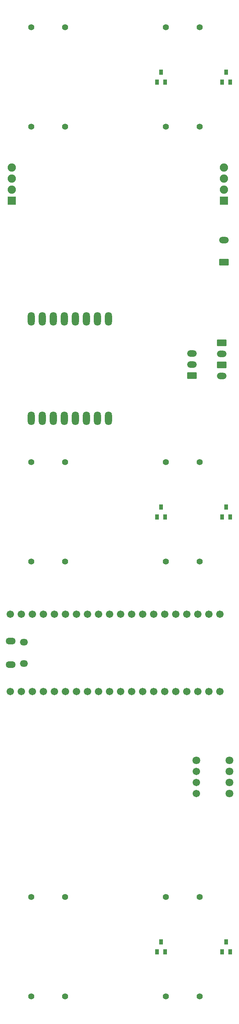
<source format=gbs>
G04 Layer: BottomSolderMaskLayer*
G04 EasyEDA v6.5.22, 2022-11-17 17:56:15*
G04 bd1838edf7794fe9965007c2dd97f0f2,c41f2f61388c4f97afb2f396c9cd50e1,10*
G04 Gerber Generator version 0.2*
G04 Scale: 100 percent, Rotated: No, Reflected: No *
G04 Dimensions in inches *
G04 leading zeros omitted , absolute positions ,3 integer and 6 decimal *
%FSLAX36Y36*%
%MOIN*%

%AMMACRO1*1,1,$1,$2,$3*1,1,$1,$4,$5*1,1,$1,0-$2,0-$3*1,1,$1,0-$4,0-$5*20,1,$1,$2,$3,$4,$5,0*20,1,$1,$4,$5,0-$2,0-$3,0*20,1,$1,0-$2,0-$3,0-$4,0-$5,0*20,1,$1,0-$4,0-$5,$2,$3,0*4,1,4,$2,$3,$4,$5,0-$2,0-$3,0-$4,0-$5,$2,$3,0*%
%ADD10MACRO1,0.004X0.0138X0.0217X-0.0138X0.0217*%
%ADD11C,0.0670*%
%ADD12O,0.09067699999999998X0.059181*%
%ADD13O,0.072961X0.059181*%
%ADD14MACRO1,0.008X0.04X0.025X0.04X-0.025*%
%ADD15O,0.08800000000000001X0.057999999999999996*%
%ADD16MACRO1,0.008X-0.04X-0.025X-0.04X0.025*%
%ADD17C,0.0555*%
%ADD18C,0.0749*%
%ADD19MACRO1,0.008X0.0335X-0.0335X-0.0335X-0.0335*%
%ADD20MACRO1,0.008X-0.0335X0.0335X0.0335X0.0335*%
%ADD21O,0.064X0.124*%
%ADD22C,0.0710*%
%ADD23C,0.0710*%

%LPD*%
D10*
G01*
X1968505Y832479D03*
G01*
X1932485Y742320D03*
G01*
X2004524Y742320D03*
G01*
X2559054Y832481D03*
G01*
X2523035Y742322D03*
G01*
X2595075Y742322D03*
G01*
X1968503Y4769489D03*
G01*
X1932483Y4679331D03*
G01*
X2004524Y4679331D03*
G01*
X2559054Y4769489D03*
G01*
X2523035Y4679331D03*
G01*
X2595075Y4679331D03*
G01*
X1968503Y8706496D03*
G01*
X1932483Y8616338D03*
G01*
X2004524Y8616338D03*
G01*
X2559056Y8706496D03*
G01*
X2523035Y8616338D03*
G01*
X2595075Y8616338D03*
D11*
G01*
X701179Y3099240D03*
G01*
X601179Y3099240D03*
G01*
X2501180Y3099240D03*
G01*
X801180Y3099240D03*
G01*
X901180Y3099240D03*
G01*
X1001180Y3099240D03*
G01*
X1101180Y3099240D03*
G01*
X1201180Y3099240D03*
G01*
X1301180Y3099240D03*
G01*
X1401180Y3099240D03*
G01*
X1501180Y3099240D03*
G01*
X1601180Y3099240D03*
G01*
X1701180Y3099240D03*
G01*
X1801180Y3099240D03*
G01*
X1901180Y3099240D03*
G01*
X2001180Y3099240D03*
G01*
X2101180Y3099240D03*
G01*
X2201180Y3099240D03*
G01*
X2301180Y3099240D03*
G01*
X2401180Y3099240D03*
G01*
X601179Y3799240D03*
G01*
X2401180Y3799240D03*
G01*
X2301180Y3799240D03*
G01*
X2201180Y3799240D03*
G01*
X2101180Y3799240D03*
G01*
X2001180Y3799240D03*
G01*
X1901180Y3799240D03*
G01*
X1801180Y3799240D03*
G01*
X1701180Y3799240D03*
G01*
X1601180Y3799240D03*
G01*
X1501180Y3799240D03*
G01*
X1401180Y3799240D03*
G01*
X1301180Y3799240D03*
G01*
X1201180Y3799240D03*
G01*
X1101180Y3799240D03*
G01*
X1001180Y3799240D03*
G01*
X901180Y3799240D03*
G01*
X801180Y3799240D03*
G01*
X2501180Y3799240D03*
G01*
X701179Y3799240D03*
D12*
G01*
X606300Y3341559D03*
G01*
X606300Y3556129D03*
D13*
G01*
X725590Y3353370D03*
G01*
X725590Y3544319D03*
D14*
G01*
X2539399Y6986599D03*
D15*
G01*
X2539399Y7186599D03*
D16*
G01*
X2519686Y6255909D03*
D15*
G01*
X2519690Y6155909D03*
D16*
G01*
X2519686Y6055909D03*
D15*
G01*
X2519690Y5955909D03*
G01*
X2248029Y6157480D03*
G01*
X2248029Y6057480D03*
D16*
G01*
X2248032Y5957483D03*
D17*
G01*
X792190Y337429D03*
G01*
X1097690Y337429D03*
G01*
X792190Y1237429D03*
G01*
X1097690Y1237429D03*
G01*
X2012590Y1237429D03*
G01*
X2318090Y1237429D03*
G01*
X2012590Y337429D03*
G01*
X2318090Y337429D03*
G01*
X792190Y4274440D03*
G01*
X1097690Y4274440D03*
G01*
X792190Y5174440D03*
G01*
X1097690Y5174440D03*
G01*
X2012590Y5174440D03*
G01*
X2318090Y5174440D03*
G01*
X2012590Y4274440D03*
G01*
X2318090Y4274440D03*
G01*
X792190Y8211450D03*
G01*
X1097690Y8211450D03*
G01*
X792190Y9111450D03*
G01*
X1097690Y9111450D03*
G01*
X2012590Y9111450D03*
G01*
X2318090Y9111450D03*
G01*
X2012590Y8211450D03*
G01*
X2318090Y8211450D03*
D18*
G01*
X616529Y7840949D03*
G01*
X616529Y7740949D03*
G01*
X616529Y7640949D03*
D19*
G01*
X616534Y7540943D03*
D20*
G01*
X2540945Y7540948D03*
D18*
G01*
X2540950Y7640949D03*
G01*
X2540950Y7740949D03*
G01*
X2540950Y7840949D03*
D21*
G01*
X1491729Y6473620D03*
G01*
X1391729Y6473620D03*
G01*
X1291729Y6473620D03*
G01*
X1191729Y6473620D03*
G01*
X1091729Y6473620D03*
G01*
X991729Y6473620D03*
G01*
X891729Y6473620D03*
G01*
X791729Y6473620D03*
G01*
X791729Y5573620D03*
G01*
X891729Y5573620D03*
G01*
X991729Y5573620D03*
G01*
X1091729Y5573620D03*
G01*
X1191729Y5573620D03*
G01*
X1291729Y5573620D03*
G01*
X1391729Y5573620D03*
G01*
X1491729Y5573620D03*
D22*
G01*
X2290950Y2475990D03*
D11*
G01*
X2290950Y2375990D03*
G01*
X2290950Y2275990D03*
G01*
X2290950Y2175990D03*
D23*
G01*
X2590950Y2175990D03*
G01*
X2590950Y2275990D03*
G01*
X2590950Y2375990D03*
G01*
X2590950Y2475990D03*
M02*

</source>
